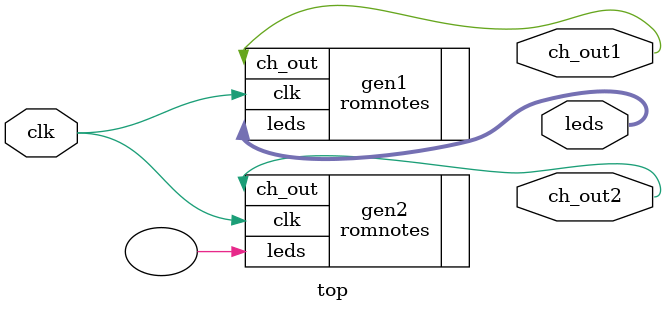
<source format=v>

`include "divider.vh"

//-- Parameteros:
//-- clk: Reloj de entrada de la placa iCEstick
//-- ch_out: Canal de salida
module top(input wire clk,
                output wire [4:0] leds,
                output wire ch_out1,
                output wire ch_out2);

parameter ROMFILE1 = "imperial.list";
parameter ROMFILE2 = "imperial2.list";


romnotes #(.ROMFILE(ROMFILE1))
  gen1 (.clk(clk),
        .leds(leds),
        .ch_out(ch_out1));

  romnotes #(.ROMFILE(ROMFILE2))
    gen2 (.clk(clk),
          .leds(),
          .ch_out(ch_out2));


endmodule

</source>
